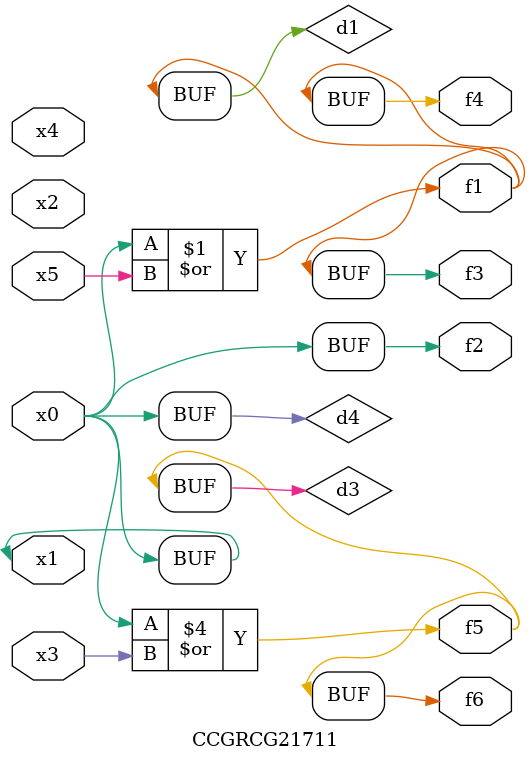
<source format=v>
module CCGRCG21711(
	input x0, x1, x2, x3, x4, x5,
	output f1, f2, f3, f4, f5, f6
);

	wire d1, d2, d3, d4;

	or (d1, x0, x5);
	xnor (d2, x1, x4);
	or (d3, x0, x3);
	buf (d4, x0, x1);
	assign f1 = d1;
	assign f2 = d4;
	assign f3 = d1;
	assign f4 = d1;
	assign f5 = d3;
	assign f6 = d3;
endmodule

</source>
